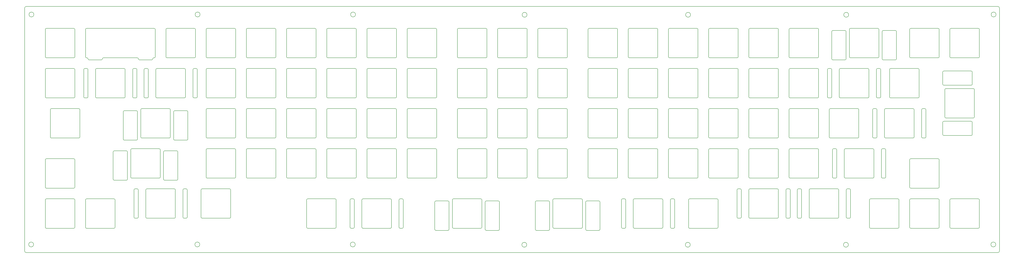
<source format=gbr>
%TF.GenerationSoftware,KiCad,Pcbnew,(5.1.6)-1*%
%TF.CreationDate,2020-07-09T10:39:36-04:00*%
%TF.ProjectId,railroad-keyboard-switch-plate,7261696c-726f-4616-942d-6b6579626f61,rev?*%
%TF.SameCoordinates,Original*%
%TF.FileFunction,Profile,NP*%
%FSLAX46Y46*%
G04 Gerber Fmt 4.6, Leading zero omitted, Abs format (unit mm)*
G04 Created by KiCad (PCBNEW (5.1.6)-1) date 2020-07-09 10:39:36*
%MOMM*%
%LPD*%
G01*
G04 APERTURE LIST*
%TA.AperFunction,Profile*%
%ADD10C,0.200000*%
%TD*%
%TA.AperFunction,Profile*%
%ADD11C,0.150000*%
%TD*%
G04 APERTURE END LIST*
D10*
X53809100Y-369811200D02*
G75*
G03*
X53309100Y-370311200I0J-500000D01*
G01*
X54021100Y-369811199D02*
X53809100Y-369811200D01*
X45847100Y-369811199D02*
X46059100Y-369811200D01*
X46059100Y-369811200D02*
G75*
G02*
X46559100Y-370311200I0J-500000D01*
G01*
X30145100Y-369811199D02*
X29933100Y-369811200D01*
X29933100Y-369811200D02*
G75*
G03*
X29433100Y-370311200I0J-500000D01*
G01*
X21971100Y-369811199D02*
X22183100Y-369811200D01*
X22183100Y-369811200D02*
G75*
G02*
X22683100Y-370311200I0J-500000D01*
G01*
X23183100Y-370811200D02*
G75*
G02*
X22683100Y-370311200I0J500000D01*
G01*
X54521099Y-356311200D02*
X54521099Y-369311199D01*
X54521099Y-369311199D02*
G75*
G02*
X54021099Y-369811199I-500000J0D01*
G01*
X34971099Y-355811200D02*
X54021099Y-355811200D01*
X54021099Y-355811200D02*
G75*
G02*
X54521099Y-356311200I0J-500000D01*
G01*
X21971100Y-369811199D02*
G75*
G02*
X21471100Y-369311199I0J500000D01*
G01*
X21471100Y-356311200D02*
G75*
G02*
X21971100Y-355811200I500000J0D01*
G01*
X21471100Y-356311200D02*
X21471100Y-369311199D01*
X21971100Y-355811200D02*
X34971099Y-355811200D01*
D11*
X382943750Y-458590000D02*
G75*
G03*
X382943750Y-458590000I-1150000J0D01*
G01*
X383079750Y-349354000D02*
G75*
G03*
X383079750Y-349354000I-1150000J0D01*
G01*
X230679750Y-349354000D02*
G75*
G03*
X230679750Y-349354000I-1150000J0D01*
G01*
X452793750Y-458463000D02*
G75*
G03*
X452793750Y-458463000I-1150000J0D01*
G01*
X-3000250Y-349227000D02*
G75*
G03*
X-3000250Y-349227000I-1150000J0D01*
G01*
X308013750Y-458590000D02*
G75*
G03*
X308013750Y-458590000I-1150000J0D01*
G01*
X149399750Y-349227000D02*
G75*
G03*
X149399750Y-349227000I-1150000J0D01*
G01*
X-3136250Y-458463000D02*
G75*
G03*
X-3136250Y-458463000I-1150000J0D01*
G01*
X308149750Y-349354000D02*
G75*
G03*
X308149750Y-349354000I-1150000J0D01*
G01*
X230543750Y-458590000D02*
G75*
G03*
X230543750Y-458590000I-1150000J0D01*
G01*
X149263750Y-458463000D02*
G75*
G03*
X149263750Y-458463000I-1150000J0D01*
G01*
X452929750Y-349227000D02*
G75*
G03*
X452929750Y-349227000I-1150000J0D01*
G01*
X75603750Y-458454000D02*
G75*
G03*
X75603750Y-458454000I-1150000J0D01*
G01*
X75739750Y-349218000D02*
G75*
G03*
X75739750Y-349218000I-1150000J0D01*
G01*
D10*
X-6597650Y-462330800D02*
G75*
G02*
X-7391400Y-461537050I0J793750D01*
G01*
X454571100Y-461537050D02*
G75*
G02*
X453777350Y-462330800I-793750J0D01*
G01*
X453777350Y-345389200D02*
G75*
G02*
X454571100Y-346182950I0J-793750D01*
G01*
X-7391400Y-346182950D02*
G75*
G02*
X-6597650Y-345389200I793750J0D01*
G01*
X412496100Y-450773700D02*
G75*
G02*
X411996100Y-450273700I0J500000D01*
G01*
X-6597650Y-345389200D02*
X453777350Y-345389200D01*
X454571100Y-346182950D02*
X454571100Y-461537050D01*
X445046100Y-437273700D02*
X445046100Y-450273700D01*
X412496100Y-450773700D02*
X425496100Y-450773700D01*
X444546100Y-436773700D02*
G75*
G02*
X445046100Y-437273700I0J-500000D01*
G01*
X-7391400Y-346182950D02*
X-7391400Y-461537050D01*
X411996100Y-437273700D02*
X411996100Y-450273700D01*
X-6597650Y-462330800D02*
X453777350Y-462330800D01*
X431546100Y-436773700D02*
X444546100Y-436773700D01*
X445046100Y-450273700D02*
G75*
G02*
X444546100Y-450773700I-500000J0D01*
G01*
X412496100Y-436773700D02*
X425496100Y-436773700D01*
X425996100Y-450273700D02*
G75*
G02*
X425496100Y-450773700I-500000J0D01*
G01*
X431046100Y-437273700D02*
G75*
G02*
X431546100Y-436773700I500000J0D01*
G01*
X431546100Y-450773700D02*
G75*
G02*
X431046100Y-450273700I0J500000D01*
G01*
X431546100Y-450773700D02*
X444546100Y-450773700D01*
X425496100Y-436773700D02*
G75*
G02*
X425996100Y-437273700I0J-500000D01*
G01*
X411996100Y-437273700D02*
G75*
G02*
X412496100Y-436773700I500000J0D01*
G01*
X425996100Y-437273700D02*
X425996100Y-450273700D01*
X431046100Y-437273700D02*
X431046100Y-450273700D01*
X242927350Y-437273700D02*
G75*
G02*
X243427350Y-436773700I500000J0D01*
G01*
X406946100Y-450273700D02*
G75*
G02*
X406446100Y-450773700I-500000J0D01*
G01*
X393446100Y-450773700D02*
G75*
G02*
X392946100Y-450273700I0J500000D01*
G01*
X258490350Y-438273700D02*
G75*
G02*
X258990350Y-437773700I500000J0D01*
G01*
X241364350Y-438273700D02*
X241364350Y-451273700D01*
X406446100Y-436773700D02*
G75*
G02*
X406946100Y-437273700I0J-500000D01*
G01*
X393446100Y-436773700D02*
X406446100Y-436773700D01*
X275927350Y-450773700D02*
X276927350Y-450773700D01*
X300127350Y-436773700D02*
G75*
G02*
X300627350Y-437273700I0J-500000D01*
G01*
X256427350Y-436773700D02*
G75*
G02*
X256927350Y-437273700I0J-500000D01*
G01*
X406946100Y-437273700D02*
X406946100Y-450273700D01*
X307721100Y-450773700D02*
X320721100Y-450773700D01*
X275427350Y-437273700D02*
X275427350Y-450273700D01*
X275927350Y-436773700D02*
X276927350Y-436773700D01*
X243427350Y-450773700D02*
X256427350Y-450773700D01*
X299127350Y-450773700D02*
X300127350Y-450773700D01*
X294527350Y-436773700D02*
G75*
G02*
X295027350Y-437273700I0J-500000D01*
G01*
X281527350Y-436773700D02*
X294527350Y-436773700D01*
X258990350Y-451773700D02*
G75*
G02*
X258490350Y-451273700I0J500000D01*
G01*
X281027350Y-437273700D02*
X281027350Y-450273700D01*
X300627350Y-450273700D02*
G75*
G02*
X300127350Y-450773700I-500000J0D01*
G01*
X265240350Y-451273700D02*
G75*
G02*
X264740350Y-451773700I-500000J0D01*
G01*
X307221100Y-437273700D02*
X307221100Y-450273700D01*
X307721100Y-436773700D02*
X320721100Y-436773700D01*
X275427350Y-437273700D02*
G75*
G02*
X275927350Y-436773700I500000J0D01*
G01*
X299127350Y-450773700D02*
G75*
G02*
X298627350Y-450273700I0J500000D01*
G01*
X281527350Y-450773700D02*
G75*
G02*
X281027350Y-450273700I0J500000D01*
G01*
X240864350Y-437773700D02*
G75*
G02*
X241364350Y-438273700I0J-500000D01*
G01*
X243427350Y-436773700D02*
X256427350Y-436773700D01*
X281027350Y-437273700D02*
G75*
G02*
X281527350Y-436773700I500000J0D01*
G01*
X295027350Y-450273700D02*
G75*
G02*
X294527350Y-450773700I-500000J0D01*
G01*
X298627350Y-437273700D02*
X298627350Y-450273700D01*
X258990350Y-437773700D02*
X264740350Y-437773700D01*
X264740350Y-437773700D02*
G75*
G02*
X265240350Y-438273700I0J-500000D01*
G01*
X242927350Y-437273700D02*
X242927350Y-450273700D01*
X299127350Y-436773700D02*
X300127350Y-436773700D01*
X234614350Y-438273700D02*
G75*
G02*
X235114350Y-437773700I500000J0D01*
G01*
X281527350Y-450773700D02*
X294527350Y-450773700D01*
X392946100Y-437273700D02*
G75*
G02*
X393446100Y-436773700I500000J0D01*
G01*
X392946100Y-437273700D02*
X392946100Y-450273700D01*
X393446100Y-450773700D02*
X406446100Y-450773700D01*
X307721100Y-450773700D02*
G75*
G02*
X307221100Y-450273700I0J500000D01*
G01*
X277427350Y-450273700D02*
G75*
G02*
X276927350Y-450773700I-500000J0D01*
G01*
X320721100Y-436773700D02*
G75*
G02*
X321221100Y-437273700I0J-500000D01*
G01*
X276927350Y-436773700D02*
G75*
G02*
X277427350Y-437273700I0J-500000D01*
G01*
X258490350Y-438273700D02*
X258490350Y-451273700D01*
X307221100Y-437273700D02*
G75*
G02*
X307721100Y-436773700I500000J0D01*
G01*
X275927350Y-450773700D02*
G75*
G02*
X275427350Y-450273700I0J500000D01*
G01*
X256927350Y-437273700D02*
X256927350Y-450273700D01*
X277427350Y-437273700D02*
X277427350Y-450273700D01*
X295027350Y-437273700D02*
X295027350Y-450273700D01*
X235114350Y-451773700D02*
G75*
G02*
X234614350Y-451273700I0J500000D01*
G01*
X234614350Y-438273700D02*
X234614350Y-451273700D01*
X298627350Y-437273700D02*
G75*
G02*
X299127350Y-436773700I500000J0D01*
G01*
X300627350Y-437273700D02*
X300627350Y-450273700D01*
X235114350Y-451773700D02*
X240864350Y-451773700D01*
X265240350Y-438273700D02*
X265240350Y-451273700D01*
X235114350Y-437773700D02*
X240864350Y-437773700D01*
X258990350Y-451773700D02*
X264740350Y-451773700D01*
X321221100Y-437273700D02*
X321221100Y-450273700D01*
X243427350Y-450773700D02*
G75*
G02*
X242927350Y-450273700I0J500000D01*
G01*
X256927350Y-450273700D02*
G75*
G02*
X256427350Y-450773700I-500000J0D01*
G01*
X321221100Y-450273700D02*
G75*
G02*
X320721100Y-450773700I-500000J0D01*
G01*
X241364350Y-451273700D02*
G75*
G02*
X240864350Y-451773700I-500000J0D01*
G01*
X353896100Y-432011200D02*
X354896100Y-432011200D01*
X360271100Y-432011200D02*
G75*
G02*
X360771100Y-432511200I0J-500000D01*
G01*
X330696100Y-432011200D02*
X331696100Y-432011200D01*
X359271100Y-446011200D02*
X360271100Y-446011200D01*
X332196100Y-445511200D02*
G75*
G02*
X331696100Y-446011200I-500000J0D01*
G01*
X15921099Y-436773700D02*
G75*
G02*
X16421099Y-437273700I0J-500000D01*
G01*
X359271100Y-446011200D02*
G75*
G02*
X358771100Y-445511200I0J500000D01*
G01*
X358771100Y-432511200D02*
G75*
G02*
X359271100Y-432011200I500000J0D01*
G01*
X353896100Y-446011200D02*
X354896100Y-446011200D01*
X383471100Y-432011200D02*
G75*
G02*
X383971100Y-432511200I0J-500000D01*
G01*
X382471100Y-446011200D02*
X383471100Y-446011200D01*
X364371100Y-432511200D02*
G75*
G02*
X364871100Y-432011200I500000J0D01*
G01*
X364871100Y-446011200D02*
G75*
G02*
X364371100Y-445511200I0J500000D01*
G01*
X2421100Y-437273700D02*
G75*
G02*
X2921100Y-436773700I500000J0D01*
G01*
X360771100Y-432511200D02*
X360771100Y-445511200D01*
X330196100Y-432511200D02*
X330196100Y-445511200D01*
X2921100Y-436773700D02*
X15921099Y-436773700D01*
X332196100Y-432511200D02*
X332196100Y-445511200D01*
X358771100Y-432511200D02*
X358771100Y-445511200D01*
X381971100Y-432511200D02*
X381971100Y-445511200D01*
X382471100Y-446011200D02*
G75*
G02*
X381971100Y-445511200I0J500000D01*
G01*
X382471100Y-432011200D02*
X383471100Y-432011200D01*
X383971100Y-432511200D02*
X383971100Y-445511200D01*
X364871100Y-446011200D02*
X377871100Y-446011200D01*
X381971100Y-432511200D02*
G75*
G02*
X382471100Y-432011200I500000J0D01*
G01*
X377871100Y-432011200D02*
G75*
G02*
X378371100Y-432511200I0J-500000D01*
G01*
X353396100Y-432511200D02*
G75*
G02*
X353896100Y-432011200I500000J0D01*
G01*
X330696100Y-446011200D02*
X331696100Y-446011200D01*
X336296100Y-446011200D02*
G75*
G02*
X335796100Y-445511200I0J500000D01*
G01*
X364871100Y-432011200D02*
X377871100Y-432011200D01*
X16421099Y-450273700D02*
G75*
G02*
X15921099Y-450773700I-500000J0D01*
G01*
X16421099Y-437273700D02*
X16421099Y-450273700D01*
X2421100Y-437273700D02*
X2421100Y-450273700D01*
X2921100Y-450773700D02*
X15921099Y-450773700D01*
X360771100Y-445511200D02*
G75*
G02*
X360271100Y-446011200I-500000J0D01*
G01*
X359271100Y-432011200D02*
X360271100Y-432011200D01*
X383971100Y-445511200D02*
G75*
G02*
X383471100Y-446011200I-500000J0D01*
G01*
X353896100Y-446011200D02*
G75*
G02*
X353396100Y-445511200I0J500000D01*
G01*
X378371100Y-445511200D02*
G75*
G02*
X377871100Y-446011200I-500000J0D01*
G01*
X349796100Y-445511200D02*
G75*
G02*
X349296100Y-446011200I-500000J0D01*
G01*
X364371100Y-432511200D02*
X364371100Y-445511200D01*
X330696100Y-446011200D02*
G75*
G02*
X330196100Y-445511200I0J500000D01*
G01*
X331696100Y-432011200D02*
G75*
G02*
X332196100Y-432511200I0J-500000D01*
G01*
X330196100Y-432511200D02*
G75*
G02*
X330696100Y-432011200I500000J0D01*
G01*
X355396100Y-445511200D02*
G75*
G02*
X354896100Y-446011200I-500000J0D01*
G01*
X354896100Y-432011200D02*
G75*
G02*
X355396100Y-432511200I0J-500000D01*
G01*
X349296100Y-432011200D02*
G75*
G02*
X349796100Y-432511200I0J-500000D01*
G01*
X335796100Y-432511200D02*
G75*
G02*
X336296100Y-432011200I500000J0D01*
G01*
X2921100Y-450773700D02*
G75*
G02*
X2421100Y-450273700I0J500000D01*
G01*
X353396100Y-432511200D02*
X353396100Y-445511200D01*
X355396100Y-432511200D02*
X355396100Y-445511200D01*
X378371100Y-432511200D02*
X378371100Y-445511200D01*
X89739850Y-432011200D02*
G75*
G02*
X90239850Y-432511200I0J-500000D01*
G01*
X399139850Y-426961200D02*
G75*
G02*
X398639850Y-426461200I0J500000D01*
G01*
X76739850Y-446011200D02*
X89739850Y-446011200D01*
X50046100Y-432511200D02*
X50046100Y-445511200D01*
X50546100Y-432011200D02*
X63546100Y-432011200D01*
X411996100Y-418223700D02*
X411996100Y-431223700D01*
X412496100Y-431723700D02*
G75*
G02*
X411996100Y-431223700I0J500000D01*
G01*
X412496100Y-417723700D02*
X425496100Y-417723700D01*
X377439850Y-413461200D02*
X377439850Y-426461200D01*
X412496100Y-431723700D02*
X425496100Y-431723700D01*
X76739850Y-446011200D02*
G75*
G02*
X76239850Y-445511200I0J500000D01*
G01*
X45946100Y-432011200D02*
G75*
G02*
X46446100Y-432511200I0J-500000D01*
G01*
X64046100Y-445511200D02*
G75*
G02*
X63546100Y-446011200I-500000J0D01*
G01*
X336296100Y-446011200D02*
X349296100Y-446011200D01*
X76239850Y-432511200D02*
G75*
G02*
X76739850Y-432011200I500000J0D01*
G01*
X63546100Y-432011200D02*
G75*
G02*
X64046100Y-432511200I0J-500000D01*
G01*
X46446100Y-432511200D02*
X46446100Y-445511200D01*
X44446100Y-432511200D02*
X44446100Y-445511200D01*
X16421099Y-418223700D02*
X16421099Y-431223700D01*
X375439850Y-413461200D02*
X375439850Y-426461200D01*
X68146100Y-446011200D02*
G75*
G02*
X67646100Y-445511200I0J500000D01*
G01*
X64046100Y-432511200D02*
X64046100Y-445511200D01*
X16421099Y-431223700D02*
G75*
G02*
X15921099Y-431723700I-500000J0D01*
G01*
X411996100Y-418223700D02*
G75*
G02*
X412496100Y-417723700I500000J0D01*
G01*
X376939850Y-412961200D02*
G75*
G02*
X377439850Y-413461200I0J-500000D01*
G01*
X68146100Y-446011200D02*
X69146100Y-446011200D01*
X50046100Y-432511200D02*
G75*
G02*
X50546100Y-432011200I500000J0D01*
G01*
X15921099Y-417723700D02*
G75*
G02*
X16421099Y-418223700I0J-500000D01*
G01*
X400639850Y-426461200D02*
G75*
G02*
X400139850Y-426961200I-500000J0D01*
G01*
X425996100Y-431223700D02*
G75*
G02*
X425496100Y-431723700I-500000J0D01*
G01*
X375939850Y-426961200D02*
X376939850Y-426961200D01*
X69646100Y-432511200D02*
X69646100Y-445511200D01*
X375939850Y-426961200D02*
G75*
G02*
X375439850Y-426461200I0J500000D01*
G01*
X375939850Y-412961200D02*
X376939850Y-412961200D01*
X44946100Y-446011200D02*
G75*
G02*
X44446100Y-445511200I0J500000D01*
G01*
X67646100Y-432511200D02*
G75*
G02*
X68146100Y-432011200I500000J0D01*
G01*
X44446100Y-432511200D02*
G75*
G02*
X44946100Y-432011200I500000J0D01*
G01*
X425996100Y-418223700D02*
X425996100Y-431223700D01*
X44946100Y-432011200D02*
X45946100Y-432011200D01*
X46446100Y-445511200D02*
G75*
G02*
X45946100Y-446011200I-500000J0D01*
G01*
X50546100Y-446011200D02*
G75*
G02*
X50046100Y-445511200I0J500000D01*
G01*
X2921100Y-431723700D02*
X15921099Y-431723700D01*
X2921100Y-417723700D02*
X15921099Y-417723700D01*
X336296100Y-432011200D02*
X349296100Y-432011200D01*
X76239850Y-432511200D02*
X76239850Y-445511200D01*
X76739850Y-432011200D02*
X89739850Y-432011200D01*
X67646100Y-432511200D02*
X67646100Y-445511200D01*
X50546100Y-446011200D02*
X63546100Y-446011200D01*
X400139850Y-412961200D02*
G75*
G02*
X400639850Y-413461200I0J-500000D01*
G01*
X425496100Y-417723700D02*
G75*
G02*
X425996100Y-418223700I0J-500000D01*
G01*
X398639850Y-413461200D02*
G75*
G02*
X399139850Y-412961200I500000J0D01*
G01*
X90239850Y-432511200D02*
X90239850Y-445511200D01*
X2421100Y-418223700D02*
G75*
G02*
X2921100Y-417723700I500000J0D01*
G01*
X44946100Y-446011200D02*
X45946100Y-446011200D01*
X69646100Y-445511200D02*
G75*
G02*
X69146100Y-446011200I-500000J0D01*
G01*
X2921100Y-431723700D02*
G75*
G02*
X2421100Y-431223700I0J500000D01*
G01*
X69146100Y-432011200D02*
G75*
G02*
X69646100Y-432511200I0J-500000D01*
G01*
X68146100Y-432011200D02*
X69146100Y-432011200D01*
X2421100Y-418223700D02*
X2421100Y-431223700D01*
X377439850Y-426461200D02*
G75*
G02*
X376939850Y-426961200I-500000J0D01*
G01*
X349796100Y-432511200D02*
X349796100Y-445511200D01*
X335796100Y-432511200D02*
X335796100Y-445511200D01*
X90239850Y-445511200D02*
G75*
G02*
X89739850Y-446011200I-500000J0D01*
G01*
X375439850Y-413461200D02*
G75*
G02*
X375939850Y-412961200I500000J0D01*
G01*
X278646100Y-413461200D02*
G75*
G02*
X279146100Y-412961200I500000J0D01*
G01*
X399139850Y-426961200D02*
X400139850Y-426961200D01*
X330746100Y-413461200D02*
X330746100Y-426461200D01*
X297696100Y-413461200D02*
G75*
G02*
X298196100Y-412961200I500000J0D01*
G01*
X260096100Y-426961200D02*
X273096100Y-426961200D01*
X399139850Y-412961200D02*
X400139850Y-412961200D01*
X381539850Y-426961200D02*
X394539850Y-426961200D01*
X368346100Y-412961200D02*
G75*
G02*
X368846100Y-413461200I0J-500000D01*
G01*
X249283600Y-412961200D02*
G75*
G02*
X249783600Y-413461200I0J-500000D01*
G01*
X292146100Y-412961200D02*
G75*
G02*
X292646100Y-413461200I0J-500000D01*
G01*
X381039850Y-413461200D02*
X381039850Y-426461200D01*
X273596100Y-413461200D02*
X273596100Y-426461200D01*
X259596100Y-413461200D02*
X259596100Y-426461200D01*
X395039850Y-426461200D02*
G75*
G02*
X394539850Y-426961200I-500000J0D01*
G01*
X381539850Y-412961200D02*
X394539850Y-412961200D01*
X355346100Y-426961200D02*
X368346100Y-426961200D01*
X349296100Y-412961200D02*
G75*
G02*
X349796100Y-413461200I0J-500000D01*
G01*
X336296100Y-412961200D02*
X349296100Y-412961200D01*
X298196100Y-426961200D02*
G75*
G02*
X297696100Y-426461200I0J500000D01*
G01*
X335796100Y-413461200D02*
X335796100Y-426461200D01*
X368846100Y-426461200D02*
G75*
G02*
X368346100Y-426961200I-500000J0D01*
G01*
X311696100Y-426461200D02*
G75*
G02*
X311196100Y-426961200I-500000J0D01*
G01*
X381039850Y-413461200D02*
G75*
G02*
X381539850Y-412961200I500000J0D01*
G01*
X355346100Y-426961200D02*
G75*
G02*
X354846100Y-426461200I0J500000D01*
G01*
X354846100Y-413461200D02*
X354846100Y-426461200D01*
X336296100Y-426961200D02*
G75*
G02*
X335796100Y-426461200I0J500000D01*
G01*
X330246100Y-412961200D02*
G75*
G02*
X330746100Y-413461200I0J-500000D01*
G01*
X260096100Y-426961200D02*
G75*
G02*
X259596100Y-426461200I0J500000D01*
G01*
X273596100Y-426461200D02*
G75*
G02*
X273096100Y-426961200I-500000J0D01*
G01*
X335796100Y-413461200D02*
G75*
G02*
X336296100Y-412961200I500000J0D01*
G01*
X349796100Y-426461200D02*
G75*
G02*
X349296100Y-426961200I-500000J0D01*
G01*
X298196100Y-412961200D02*
X311196100Y-412961200D01*
X260096100Y-412961200D02*
X273096100Y-412961200D01*
X311196100Y-412961200D02*
G75*
G02*
X311696100Y-413461200I0J-500000D01*
G01*
X278646100Y-413461200D02*
X278646100Y-426461200D01*
X355346100Y-412961200D02*
X368346100Y-412961200D01*
X316746100Y-413461200D02*
G75*
G02*
X317246100Y-412961200I500000J0D01*
G01*
X336296100Y-426961200D02*
X349296100Y-426961200D01*
X381539850Y-426961200D02*
G75*
G02*
X381039850Y-426461200I0J500000D01*
G01*
X394539850Y-412961200D02*
G75*
G02*
X395039850Y-413461200I0J-500000D01*
G01*
X395039850Y-413461200D02*
X395039850Y-426461200D01*
X354846100Y-413461200D02*
G75*
G02*
X355346100Y-412961200I500000J0D01*
G01*
X368846100Y-413461200D02*
X368846100Y-426461200D01*
X349796100Y-413461200D02*
X349796100Y-426461200D01*
X317246100Y-426961200D02*
G75*
G02*
X316746100Y-426461200I0J500000D01*
G01*
X297696100Y-413461200D02*
X297696100Y-426461200D01*
X316746100Y-413461200D02*
X316746100Y-426461200D01*
X235783600Y-413461200D02*
G75*
G02*
X236283600Y-412961200I500000J0D01*
G01*
X292646100Y-413461200D02*
X292646100Y-426461200D01*
X317246100Y-426961200D02*
X330246100Y-426961200D01*
X236283600Y-426961200D02*
G75*
G02*
X235783600Y-426461200I0J500000D01*
G01*
X317246100Y-412961200D02*
X330246100Y-412961200D01*
X311696100Y-413461200D02*
X311696100Y-426461200D01*
X273096100Y-412961200D02*
G75*
G02*
X273596100Y-413461200I0J-500000D01*
G01*
X298196100Y-426961200D02*
X311196100Y-426961200D01*
X259596100Y-413461200D02*
G75*
G02*
X260096100Y-412961200I500000J0D01*
G01*
X279146100Y-426961200D02*
X292146100Y-426961200D01*
X279146100Y-412961200D02*
X292146100Y-412961200D01*
X249783600Y-426461200D02*
G75*
G02*
X249283600Y-426961200I-500000J0D01*
G01*
X400639850Y-413461200D02*
X400639850Y-426461200D01*
X279146100Y-426961200D02*
G75*
G02*
X278646100Y-426461200I0J500000D01*
G01*
X292646100Y-426461200D02*
G75*
G02*
X292146100Y-426961200I-500000J0D01*
G01*
X398639850Y-413461200D02*
X398639850Y-426461200D01*
X330746100Y-426461200D02*
G75*
G02*
X330246100Y-426961200I-500000J0D01*
G01*
X130721099Y-426461200D02*
G75*
G02*
X130221099Y-426961200I-500000J0D01*
G01*
X135771100Y-413461200D02*
G75*
G02*
X136271100Y-412961200I500000J0D01*
G01*
X136271100Y-412961200D02*
X149271100Y-412961200D01*
X117221100Y-426961200D02*
X130221099Y-426961200D01*
X111671100Y-426461200D02*
G75*
G02*
X111171100Y-426961200I-500000J0D01*
G01*
X98171100Y-412961200D02*
X111171100Y-412961200D01*
X173871100Y-413461200D02*
G75*
G02*
X174371100Y-412961200I500000J0D01*
G01*
X136271100Y-426961200D02*
G75*
G02*
X135771100Y-426461200I0J500000D01*
G01*
X136271100Y-426961200D02*
X149271100Y-426961200D01*
X173871100Y-413461200D02*
X173871100Y-426461200D01*
X211683600Y-413461200D02*
X211683600Y-426461200D01*
X149771100Y-413461200D02*
X149771100Y-426461200D01*
X117221100Y-412961200D02*
X130221099Y-412961200D01*
X111171100Y-412961200D02*
G75*
G02*
X111671100Y-413461200I0J-500000D01*
G01*
X98171100Y-426961200D02*
X111171100Y-426961200D01*
X198183600Y-426961200D02*
X211183600Y-426961200D01*
X230733600Y-426461200D02*
G75*
G02*
X230233600Y-426961200I-500000J0D01*
G01*
X217233600Y-426961200D02*
G75*
G02*
X216733600Y-426461200I0J500000D01*
G01*
X154821100Y-413461200D02*
G75*
G02*
X155321100Y-412961200I500000J0D01*
G01*
X174371100Y-412961200D02*
X187371100Y-412961200D01*
X216733600Y-413461200D02*
X216733600Y-426461200D01*
X187871100Y-426461200D02*
G75*
G02*
X187371100Y-426961200I-500000J0D01*
G01*
X97671100Y-413461200D02*
X97671100Y-426461200D01*
X116721100Y-413461200D02*
X116721100Y-426461200D01*
X216733600Y-413461200D02*
G75*
G02*
X217233600Y-412961200I500000J0D01*
G01*
X211183600Y-412961200D02*
G75*
G02*
X211683600Y-413461200I0J-500000D01*
G01*
X198183600Y-412961200D02*
X211183600Y-412961200D01*
X187871100Y-413461200D02*
X187871100Y-426461200D01*
X130221099Y-412961200D02*
G75*
G02*
X130721099Y-413461200I0J-500000D01*
G01*
X98171100Y-426961200D02*
G75*
G02*
X97671100Y-426461200I0J500000D01*
G01*
X116721100Y-413461200D02*
G75*
G02*
X117221100Y-412961200I500000J0D01*
G01*
X217233600Y-412961200D02*
X230233600Y-412961200D01*
X211683600Y-426461200D02*
G75*
G02*
X211183600Y-426961200I-500000J0D01*
G01*
X197683600Y-413461200D02*
X197683600Y-426461200D01*
X154821100Y-413461200D02*
X154821100Y-426461200D01*
X155321100Y-412961200D02*
X168321100Y-412961200D01*
X149771100Y-426461200D02*
G75*
G02*
X149271100Y-426961200I-500000J0D01*
G01*
X92621100Y-426461200D02*
G75*
G02*
X92121100Y-426961200I-500000J0D01*
G01*
X97671100Y-413461200D02*
G75*
G02*
X98171100Y-412961200I500000J0D01*
G01*
X130721099Y-413461200D02*
X130721099Y-426461200D01*
X79121100Y-426961200D02*
G75*
G02*
X78621100Y-426461200I0J500000D01*
G01*
X249783600Y-413461200D02*
X249783600Y-426461200D01*
X198183600Y-426961200D02*
G75*
G02*
X197683600Y-426461200I0J500000D01*
G01*
X168821100Y-426461200D02*
G75*
G02*
X168321100Y-426961200I-500000J0D01*
G01*
X111671100Y-413461200D02*
X111671100Y-426461200D01*
X155321100Y-426961200D02*
X168321100Y-426961200D01*
X149271100Y-412961200D02*
G75*
G02*
X149771100Y-413461200I0J-500000D01*
G01*
X78621100Y-413461200D02*
G75*
G02*
X79121100Y-412961200I500000J0D01*
G01*
X117221100Y-426961200D02*
G75*
G02*
X116721100Y-426461200I0J500000D01*
G01*
X235783600Y-413461200D02*
X235783600Y-426461200D01*
X187371100Y-412961200D02*
G75*
G02*
X187871100Y-413461200I0J-500000D01*
G01*
X168321100Y-412961200D02*
G75*
G02*
X168821100Y-413461200I0J-500000D01*
G01*
X92121100Y-412961200D02*
G75*
G02*
X92621100Y-413461200I0J-500000D01*
G01*
X230233600Y-412961200D02*
G75*
G02*
X230733600Y-413461200I0J-500000D01*
G01*
X236283600Y-426961200D02*
X249283600Y-426961200D01*
X174371100Y-426961200D02*
X187371100Y-426961200D01*
X135771100Y-413461200D02*
X135771100Y-426461200D01*
X197683600Y-413461200D02*
G75*
G02*
X198183600Y-412961200I500000J0D01*
G01*
X230733600Y-413461200D02*
X230733600Y-426461200D01*
X217233600Y-426961200D02*
X230233600Y-426961200D01*
X236283600Y-412961200D02*
X249283600Y-412961200D01*
X174371100Y-426961200D02*
G75*
G02*
X173871100Y-426461200I0J500000D01*
G01*
X155321100Y-426961200D02*
G75*
G02*
X154821100Y-426461200I0J500000D01*
G01*
X168821100Y-413461200D02*
X168821100Y-426461200D01*
X373896100Y-394411200D02*
G75*
G02*
X374396100Y-393911200I500000J0D01*
G01*
X64715350Y-413961200D02*
G75*
G02*
X65215350Y-414461200I0J-500000D01*
G01*
X414089850Y-394411200D02*
X414089850Y-407411200D01*
X35089350Y-413961200D02*
X40839350Y-413961200D01*
X387896100Y-407411200D02*
G75*
G02*
X387396100Y-407911200I-500000J0D01*
G01*
X58965350Y-427961200D02*
G75*
G02*
X58465350Y-427461200I0J500000D01*
G01*
X65215350Y-414461200D02*
X65215350Y-427461200D01*
X373896100Y-394411200D02*
X373896100Y-407411200D01*
X43402350Y-426961200D02*
X56402350Y-426961200D01*
X400589850Y-407911200D02*
G75*
G02*
X400089850Y-407411200I0J500000D01*
G01*
X394489850Y-394411200D02*
G75*
G02*
X394989850Y-393911200I500000J0D01*
G01*
X396489850Y-394411200D02*
X396489850Y-407411200D01*
X394489850Y-394411200D02*
X394489850Y-407411200D01*
X58965350Y-427961200D02*
X64715350Y-427961200D01*
X355346100Y-407911200D02*
G75*
G02*
X354846100Y-407411200I0J500000D01*
G01*
X418189850Y-393911200D02*
X419189850Y-393911200D01*
X400589850Y-393911200D02*
X413589850Y-393911200D01*
X42902350Y-413461200D02*
G75*
G02*
X43402350Y-412961200I500000J0D01*
G01*
X394989850Y-407911200D02*
G75*
G02*
X394489850Y-407411200I0J500000D01*
G01*
X418189850Y-407911200D02*
G75*
G02*
X417689850Y-407411200I0J500000D01*
G01*
X419689850Y-394411200D02*
X419689850Y-407411200D01*
X58465350Y-414461200D02*
X58465350Y-427461200D01*
X56902350Y-426461200D02*
G75*
G02*
X56402350Y-426961200I-500000J0D01*
G01*
X419689850Y-407411200D02*
G75*
G02*
X419189850Y-407911200I-500000J0D01*
G01*
X35089350Y-427961200D02*
G75*
G02*
X34589350Y-427461200I0J500000D01*
G01*
X58465350Y-414461200D02*
G75*
G02*
X58965350Y-413961200I500000J0D01*
G01*
X400589850Y-407911200D02*
X413589850Y-407911200D01*
X58965350Y-413961200D02*
X64715350Y-413961200D01*
X374396100Y-393911200D02*
X387396100Y-393911200D01*
X394989850Y-393911200D02*
X395989850Y-393911200D01*
X56902350Y-413461200D02*
X56902350Y-426461200D01*
X374396100Y-407911200D02*
G75*
G02*
X373896100Y-407411200I0J500000D01*
G01*
X387396100Y-393911200D02*
G75*
G02*
X387896100Y-394411200I0J-500000D01*
G01*
X387896100Y-394411200D02*
X387896100Y-407411200D01*
X34589350Y-414461200D02*
G75*
G02*
X35089350Y-413961200I500000J0D01*
G01*
X56402350Y-412961200D02*
G75*
G02*
X56902350Y-413461200I0J-500000D01*
G01*
X43402350Y-412961200D02*
X56402350Y-412961200D01*
X419189850Y-393911200D02*
G75*
G02*
X419689850Y-394411200I0J-500000D01*
G01*
X417689850Y-394411200D02*
X417689850Y-407411200D01*
X374396100Y-407911200D02*
X387396100Y-407911200D01*
X400089850Y-394411200D02*
X400089850Y-407411200D01*
X395989850Y-393911200D02*
G75*
G02*
X396489850Y-394411200I0J-500000D01*
G01*
X79121100Y-426961200D02*
X92121100Y-426961200D01*
X41339350Y-427461200D02*
G75*
G02*
X40839350Y-427961200I-500000J0D01*
G01*
X418189850Y-407911200D02*
X419189850Y-407911200D01*
X368846100Y-407411200D02*
G75*
G02*
X368346100Y-407911200I-500000J0D01*
G01*
X41339350Y-414461200D02*
X41339350Y-427461200D01*
X414089850Y-407411200D02*
G75*
G02*
X413589850Y-407911200I-500000J0D01*
G01*
X92621100Y-413461200D02*
X92621100Y-426461200D01*
X394989850Y-407911200D02*
X395989850Y-407911200D01*
X78621100Y-413461200D02*
X78621100Y-426461200D01*
X79121100Y-412961200D02*
X92121100Y-412961200D01*
X40839350Y-413961200D02*
G75*
G02*
X41339350Y-414461200I0J-500000D01*
G01*
X42902350Y-413461200D02*
X42902350Y-426461200D01*
X354846100Y-394411200D02*
G75*
G02*
X355346100Y-393911200I500000J0D01*
G01*
X34589350Y-414461200D02*
X34589350Y-427461200D01*
X65215350Y-427461200D02*
G75*
G02*
X64715350Y-427961200I-500000J0D01*
G01*
X417689850Y-394411200D02*
G75*
G02*
X418189850Y-393911200I500000J0D01*
G01*
X413589850Y-393911200D02*
G75*
G02*
X414089850Y-394411200I0J-500000D01*
G01*
X35089350Y-427961200D02*
X40839350Y-427961200D01*
X43402350Y-426961200D02*
G75*
G02*
X42902350Y-426461200I0J500000D01*
G01*
X396489850Y-407411200D02*
G75*
G02*
X395989850Y-407911200I-500000J0D01*
G01*
X368346100Y-393911200D02*
G75*
G02*
X368846100Y-394411200I0J-500000D01*
G01*
X400089850Y-394411200D02*
G75*
G02*
X400589850Y-393911200I500000J0D01*
G01*
X146839850Y-437273700D02*
X146839850Y-450273700D01*
X21471100Y-437273700D02*
X21471100Y-450273700D01*
X186989350Y-438273700D02*
X186989350Y-451273700D01*
X211365350Y-451773700D02*
G75*
G02*
X210865350Y-451273700I0J500000D01*
G01*
X172039850Y-450273700D02*
G75*
G02*
X171539850Y-450773700I-500000J0D01*
G01*
X152939850Y-450773700D02*
G75*
G02*
X152439850Y-450273700I0J500000D01*
G01*
X170039850Y-437273700D02*
X170039850Y-450273700D01*
X152439850Y-437273700D02*
G75*
G02*
X152939850Y-436773700I500000J0D01*
G01*
X35471100Y-450273700D02*
G75*
G02*
X34971100Y-450773700I-500000J0D01*
G01*
X165939850Y-436773700D02*
G75*
G02*
X166439850Y-437273700I0J-500000D01*
G01*
X186989350Y-438273700D02*
G75*
G02*
X187489350Y-437773700I500000J0D01*
G01*
X193739350Y-438273700D02*
X193739350Y-451273700D01*
X210865350Y-438273700D02*
X210865350Y-451273700D01*
X187489350Y-451773700D02*
X193239350Y-451773700D01*
X210865350Y-438273700D02*
G75*
G02*
X211365350Y-437773700I500000J0D01*
G01*
X209302350Y-450273700D02*
G75*
G02*
X208802350Y-450773700I-500000J0D01*
G01*
X146839850Y-437273700D02*
G75*
G02*
X147339850Y-436773700I500000J0D01*
G01*
X147339850Y-436773700D02*
X148339850Y-436773700D01*
X140246100Y-450273700D02*
G75*
G02*
X139746100Y-450773700I-500000J0D01*
G01*
X21971100Y-450773700D02*
G75*
G02*
X21471100Y-450273700I0J500000D01*
G01*
X209302350Y-437273700D02*
X209302350Y-450273700D01*
X217615350Y-438273700D02*
X217615350Y-451273700D01*
X166439850Y-437273700D02*
X166439850Y-450273700D01*
X170539850Y-436773700D02*
X171539850Y-436773700D01*
X126746100Y-450773700D02*
X139746100Y-450773700D01*
X211365350Y-437773700D02*
X217115350Y-437773700D01*
X147339850Y-450773700D02*
G75*
G02*
X146839850Y-450273700I0J500000D01*
G01*
X152939850Y-450773700D02*
X165939850Y-450773700D01*
X35471100Y-437273700D02*
X35471100Y-450273700D01*
X211365350Y-451773700D02*
X217115350Y-451773700D01*
X34971100Y-436773700D02*
G75*
G02*
X35471100Y-437273700I0J-500000D01*
G01*
X195802350Y-436773700D02*
X208802350Y-436773700D01*
X126246100Y-437273700D02*
X126246100Y-450273700D01*
X21471100Y-437273700D02*
G75*
G02*
X21971100Y-436773700I500000J0D01*
G01*
X208802350Y-436773700D02*
G75*
G02*
X209302350Y-437273700I0J-500000D01*
G01*
X195802350Y-450773700D02*
X208802350Y-450773700D01*
X170039850Y-437273700D02*
G75*
G02*
X170539850Y-436773700I500000J0D01*
G01*
X166439850Y-450273700D02*
G75*
G02*
X165939850Y-450773700I-500000J0D01*
G01*
X172039850Y-437273700D02*
X172039850Y-450273700D01*
X170539850Y-450773700D02*
G75*
G02*
X170039850Y-450273700I0J500000D01*
G01*
X187489350Y-437773700D02*
X193239350Y-437773700D01*
X139746100Y-436773700D02*
G75*
G02*
X140246100Y-437273700I0J-500000D01*
G01*
X126246100Y-437273700D02*
G75*
G02*
X126746100Y-436773700I500000J0D01*
G01*
X148839850Y-437273700D02*
X148839850Y-450273700D01*
X217615350Y-451273700D02*
G75*
G02*
X217115350Y-451773700I-500000J0D01*
G01*
X148839850Y-450273700D02*
G75*
G02*
X148339850Y-450773700I-500000J0D01*
G01*
X171539850Y-436773700D02*
G75*
G02*
X172039850Y-437273700I0J-500000D01*
G01*
X217115350Y-437773700D02*
G75*
G02*
X217615350Y-438273700I0J-500000D01*
G01*
X21971100Y-450773700D02*
X34971100Y-450773700D01*
X170539850Y-450773700D02*
X171539850Y-450773700D01*
X21971100Y-436773700D02*
X34971100Y-436773700D01*
X147339850Y-450773700D02*
X148339850Y-450773700D01*
X152939850Y-436773700D02*
X165939850Y-436773700D01*
X195802350Y-450773700D02*
G75*
G02*
X195302350Y-450273700I0J500000D01*
G01*
X195302350Y-437273700D02*
G75*
G02*
X195802350Y-436773700I500000J0D01*
G01*
X152439850Y-437273700D02*
X152439850Y-450273700D01*
X148339850Y-436773700D02*
G75*
G02*
X148839850Y-437273700I0J-500000D01*
G01*
X195302350Y-437273700D02*
X195302350Y-450273700D01*
X126746100Y-450773700D02*
G75*
G02*
X126246100Y-450273700I0J500000D01*
G01*
X140246100Y-437273700D02*
X140246100Y-450273700D01*
X193739350Y-451273700D02*
G75*
G02*
X193239350Y-451773700I-500000J0D01*
G01*
X187489350Y-451773700D02*
G75*
G02*
X186989350Y-451273700I0J500000D01*
G01*
X193239350Y-437773700D02*
G75*
G02*
X193739350Y-438273700I0J-500000D01*
G01*
X126746100Y-436773700D02*
X139746100Y-436773700D01*
X260096100Y-393911200D02*
X273096100Y-393911200D01*
X273096100Y-393911200D02*
G75*
G02*
X273596100Y-394411200I0J-500000D01*
G01*
X260096100Y-407911200D02*
X273096100Y-407911200D01*
X235783600Y-394411200D02*
X235783600Y-407411200D01*
X236283600Y-393911200D02*
X249283600Y-393911200D01*
X316746100Y-394411200D02*
X316746100Y-407411200D01*
X336296100Y-407911200D02*
G75*
G02*
X335796100Y-407411200I0J500000D01*
G01*
X259596100Y-394411200D02*
X259596100Y-407411200D01*
X349296100Y-393911200D02*
G75*
G02*
X349796100Y-394411200I0J-500000D01*
G01*
X259596100Y-394411200D02*
G75*
G02*
X260096100Y-393911200I500000J0D01*
G01*
X335796100Y-394411200D02*
G75*
G02*
X336296100Y-393911200I500000J0D01*
G01*
X236283600Y-407911200D02*
X249283600Y-407911200D01*
X349796100Y-394411200D02*
X349796100Y-407411200D01*
X335796100Y-394411200D02*
X335796100Y-407411200D01*
X336296100Y-407911200D02*
X349296100Y-407911200D01*
X330746100Y-407411200D02*
G75*
G02*
X330246100Y-407911200I-500000J0D01*
G01*
X297696100Y-394411200D02*
X297696100Y-407411200D01*
X317246100Y-407911200D02*
G75*
G02*
X316746100Y-407411200I0J500000D01*
G01*
X249783600Y-394411200D02*
X249783600Y-407411200D01*
X330246100Y-393911200D02*
G75*
G02*
X330746100Y-394411200I0J-500000D01*
G01*
X330746100Y-394411200D02*
X330746100Y-407411200D01*
X298196100Y-407911200D02*
G75*
G02*
X297696100Y-407411200I0J500000D01*
G01*
X298196100Y-393911200D02*
X311196100Y-393911200D01*
X236283600Y-407911200D02*
G75*
G02*
X235783600Y-407411200I0J500000D01*
G01*
X249283600Y-393911200D02*
G75*
G02*
X249783600Y-394411200I0J-500000D01*
G01*
X279146100Y-407911200D02*
X292146100Y-407911200D01*
X311696100Y-407411200D02*
G75*
G02*
X311196100Y-407911200I-500000J0D01*
G01*
X279146100Y-407911200D02*
G75*
G02*
X278646100Y-407411200I0J500000D01*
G01*
X297696100Y-394411200D02*
G75*
G02*
X298196100Y-393911200I500000J0D01*
G01*
X292146100Y-393911200D02*
G75*
G02*
X292646100Y-394411200I0J-500000D01*
G01*
X273596100Y-407411200D02*
G75*
G02*
X273096100Y-407911200I-500000J0D01*
G01*
X279146100Y-393911200D02*
X292146100Y-393911200D01*
X235783600Y-394411200D02*
G75*
G02*
X236283600Y-393911200I500000J0D01*
G01*
X311696100Y-394411200D02*
X311696100Y-407411200D01*
X278646100Y-394411200D02*
G75*
G02*
X279146100Y-393911200I500000J0D01*
G01*
X292646100Y-394411200D02*
X292646100Y-407411200D01*
X317246100Y-393911200D02*
X330246100Y-393911200D01*
X260096100Y-407911200D02*
G75*
G02*
X259596100Y-407411200I0J500000D01*
G01*
X249783600Y-407411200D02*
G75*
G02*
X249283600Y-407911200I-500000J0D01*
G01*
X278646100Y-394411200D02*
X278646100Y-407411200D01*
X354846100Y-394411200D02*
X354846100Y-407411200D01*
X355346100Y-393911200D02*
X368346100Y-393911200D01*
X336296100Y-393911200D02*
X349296100Y-393911200D01*
X317246100Y-407911200D02*
X330246100Y-407911200D01*
X355346100Y-407911200D02*
X368346100Y-407911200D01*
X273596100Y-394411200D02*
X273596100Y-407411200D01*
X349796100Y-407411200D02*
G75*
G02*
X349296100Y-407911200I-500000J0D01*
G01*
X316746100Y-394411200D02*
G75*
G02*
X317246100Y-393911200I500000J0D01*
G01*
X311196100Y-393911200D02*
G75*
G02*
X311696100Y-394411200I0J-500000D01*
G01*
X298196100Y-407911200D02*
X311196100Y-407911200D01*
X292646100Y-407411200D02*
G75*
G02*
X292146100Y-407911200I-500000J0D01*
G01*
X79121100Y-393911200D02*
X92121100Y-393911200D01*
X155321100Y-407911200D02*
G75*
G02*
X154821100Y-407411200I0J500000D01*
G01*
X230733600Y-394411200D02*
X230733600Y-407411200D01*
X216733600Y-394411200D02*
X216733600Y-407411200D01*
X217233600Y-407911200D02*
X230233600Y-407911200D01*
X217233600Y-393911200D02*
X230233600Y-393911200D01*
X78621100Y-394411200D02*
G75*
G02*
X79121100Y-393911200I500000J0D01*
G01*
X198183600Y-407911200D02*
X211183600Y-407911200D01*
X135771100Y-394411200D02*
X135771100Y-407411200D01*
X154821100Y-394411200D02*
G75*
G02*
X155321100Y-393911200I500000J0D01*
G01*
X98171100Y-407911200D02*
X111171100Y-407911200D01*
X174371100Y-407911200D02*
G75*
G02*
X173871100Y-407411200I0J500000D01*
G01*
X173871100Y-394411200D02*
X173871100Y-407411200D01*
X174371100Y-407911200D02*
X187371100Y-407911200D01*
X168821100Y-407411200D02*
G75*
G02*
X168321100Y-407911200I-500000J0D01*
G01*
X168821100Y-394411200D02*
X168821100Y-407411200D01*
X154821100Y-394411200D02*
X154821100Y-407411200D01*
X149271100Y-393911200D02*
G75*
G02*
X149771100Y-394411200I0J-500000D01*
G01*
X116721100Y-394411200D02*
G75*
G02*
X117221100Y-393911200I500000J0D01*
G01*
X130721099Y-407411200D02*
G75*
G02*
X130221099Y-407911200I-500000J0D01*
G01*
X155321100Y-393911200D02*
X168321100Y-393911200D01*
X130721099Y-394411200D02*
X130721099Y-407411200D01*
X117221100Y-393911200D02*
X130221099Y-393911200D01*
X79121100Y-407911200D02*
X92121100Y-407911200D01*
X211683600Y-407411200D02*
G75*
G02*
X211183600Y-407911200I-500000J0D01*
G01*
X168321100Y-393911200D02*
G75*
G02*
X168821100Y-394411200I0J-500000D01*
G01*
X211183600Y-393911200D02*
G75*
G02*
X211683600Y-394411200I0J-500000D01*
G01*
X211683600Y-394411200D02*
X211683600Y-407411200D01*
X187871100Y-407411200D02*
G75*
G02*
X187371100Y-407911200I-500000J0D01*
G01*
X187371100Y-393911200D02*
G75*
G02*
X187871100Y-394411200I0J-500000D01*
G01*
X155321100Y-407911200D02*
X168321100Y-407911200D01*
X135771100Y-394411200D02*
G75*
G02*
X136271100Y-393911200I500000J0D01*
G01*
X136271100Y-407911200D02*
X149271100Y-407911200D01*
X130221099Y-393911200D02*
G75*
G02*
X130721099Y-394411200I0J-500000D01*
G01*
X92121100Y-393911200D02*
G75*
G02*
X92621100Y-394411200I0J-500000D01*
G01*
X97671100Y-394411200D02*
X97671100Y-407411200D01*
X117221100Y-407911200D02*
X130221099Y-407911200D01*
X197683600Y-394411200D02*
X197683600Y-407411200D01*
X136271100Y-407911200D02*
G75*
G02*
X135771100Y-407411200I0J500000D01*
G01*
X198183600Y-393911200D02*
X211183600Y-393911200D01*
X117221100Y-407911200D02*
G75*
G02*
X116721100Y-407411200I0J500000D01*
G01*
X116721100Y-394411200D02*
X116721100Y-407411200D01*
X92621100Y-394411200D02*
X92621100Y-407411200D01*
X78621100Y-394411200D02*
X78621100Y-407411200D01*
X98171100Y-407911200D02*
G75*
G02*
X97671100Y-407411200I0J500000D01*
G01*
X79121100Y-407911200D02*
G75*
G02*
X78621100Y-407411200I0J500000D01*
G01*
X173871100Y-394411200D02*
G75*
G02*
X174371100Y-393911200I500000J0D01*
G01*
X111171100Y-393911200D02*
G75*
G02*
X111671100Y-394411200I0J-500000D01*
G01*
X230733600Y-407411200D02*
G75*
G02*
X230233600Y-407911200I-500000J0D01*
G01*
X198183600Y-407911200D02*
G75*
G02*
X197683600Y-407411200I0J500000D01*
G01*
X197683600Y-394411200D02*
G75*
G02*
X198183600Y-393911200I500000J0D01*
G01*
X149771100Y-394411200D02*
X149771100Y-407411200D01*
X92621100Y-407411200D02*
G75*
G02*
X92121100Y-407911200I-500000J0D01*
G01*
X97671100Y-394411200D02*
G75*
G02*
X98171100Y-393911200I500000J0D01*
G01*
X217233600Y-407911200D02*
G75*
G02*
X216733600Y-407411200I0J500000D01*
G01*
X187871100Y-394411200D02*
X187871100Y-407411200D01*
X174371100Y-393911200D02*
X187371100Y-393911200D01*
X111671100Y-407411200D02*
G75*
G02*
X111171100Y-407911200I-500000J0D01*
G01*
X98171100Y-393911200D02*
X111171100Y-393911200D01*
X230233600Y-393911200D02*
G75*
G02*
X230733600Y-394411200I0J-500000D01*
G01*
X216733600Y-394411200D02*
G75*
G02*
X217233600Y-393911200I500000J0D01*
G01*
X149771100Y-407411200D02*
G75*
G02*
X149271100Y-407911200I-500000J0D01*
G01*
X136271100Y-393911200D02*
X149271100Y-393911200D01*
X111671100Y-394411200D02*
X111671100Y-407411200D01*
X61664850Y-407411200D02*
G75*
G02*
X61164850Y-407911200I-500000J0D01*
G01*
X442664850Y-397886200D02*
G75*
G02*
X442164850Y-398386200I-500000J0D01*
G01*
X63727850Y-394911200D02*
X69477850Y-394911200D01*
X48164850Y-407911200D02*
X61164850Y-407911200D01*
X18802350Y-407411200D02*
G75*
G02*
X18302350Y-407911200I-500000J0D01*
G01*
X5302350Y-393911200D02*
X18302350Y-393911200D01*
X69977850Y-395411200D02*
X69977850Y-408411200D01*
X63727850Y-408911200D02*
X69477850Y-408911200D01*
X402971100Y-388861200D02*
X415971100Y-388861200D01*
X442164850Y-398386200D02*
X429164850Y-398386200D01*
X48164850Y-393911200D02*
X61164850Y-393911200D01*
X18302350Y-393911200D02*
G75*
G02*
X18802350Y-394411200I0J-500000D01*
G01*
X5302350Y-407911200D02*
X18302350Y-407911200D01*
X427664850Y-400449200D02*
X427664850Y-406199200D01*
X441664850Y-400449200D02*
X441664850Y-406199200D01*
X47664850Y-394411200D02*
X47664850Y-407411200D01*
X441664850Y-406199200D02*
G75*
G02*
X441164850Y-406699200I-500000J0D01*
G01*
X428664850Y-384886200D02*
X428664850Y-397886200D01*
X428664850Y-384886200D02*
G75*
G02*
X429164850Y-384386200I500000J0D01*
G01*
X402471100Y-375361200D02*
G75*
G02*
X402971100Y-374861200I500000J0D01*
G01*
X441664850Y-376573200D02*
X441664850Y-382323200D01*
X4802350Y-394411200D02*
X4802350Y-407411200D01*
X416471100Y-388361200D02*
G75*
G02*
X415971100Y-388861200I-500000J0D01*
G01*
X442164850Y-384386200D02*
X429164850Y-384386200D01*
X69977850Y-408411200D02*
G75*
G02*
X69477850Y-408911200I-500000J0D01*
G01*
X442164850Y-384386200D02*
G75*
G02*
X442664850Y-384886200I0J-500000D01*
G01*
X63727850Y-408911200D02*
G75*
G02*
X63227850Y-408411200I0J500000D01*
G01*
X61164850Y-393911200D02*
G75*
G02*
X61664850Y-394411200I0J-500000D01*
G01*
X47664850Y-394411200D02*
G75*
G02*
X48164850Y-393911200I500000J0D01*
G01*
X5302350Y-407911200D02*
G75*
G02*
X4802350Y-407411200I0J500000D01*
G01*
X61664850Y-394411200D02*
X61664850Y-407411200D01*
X416471100Y-375361200D02*
X416471100Y-388361200D01*
X427664850Y-400449200D02*
G75*
G02*
X428164850Y-399949200I500000J0D01*
G01*
X442664850Y-384886200D02*
X442664850Y-397886200D01*
X4802350Y-394411200D02*
G75*
G02*
X5302350Y-393911200I500000J0D01*
G01*
X441164850Y-399949200D02*
G75*
G02*
X441664850Y-400449200I0J-500000D01*
G01*
X402971100Y-374861200D02*
X415971100Y-374861200D01*
X428164850Y-382823200D02*
G75*
G02*
X427664850Y-382323200I0J500000D01*
G01*
X415971100Y-374861200D02*
G75*
G02*
X416471100Y-375361200I0J-500000D01*
G01*
X427664850Y-376573200D02*
G75*
G02*
X428164850Y-376073200I500000J0D01*
G01*
X441164850Y-376073200D02*
X428164850Y-376073200D01*
X39851850Y-408911200D02*
X45601850Y-408911200D01*
X69477850Y-394911200D02*
G75*
G02*
X69977850Y-395411200I0J-500000D01*
G01*
X18802350Y-394411200D02*
X18802350Y-407411200D01*
X441164850Y-376073200D02*
G75*
G02*
X441664850Y-376573200I0J-500000D01*
G01*
X428164850Y-406699200D02*
G75*
G02*
X427664850Y-406199200I0J500000D01*
G01*
X427664850Y-376573200D02*
X427664850Y-382323200D01*
X441164850Y-406699200D02*
X428164850Y-406699200D01*
X48164850Y-407911200D02*
G75*
G02*
X47664850Y-407411200I0J500000D01*
G01*
X46101850Y-408411200D02*
G75*
G02*
X45601850Y-408911200I-500000J0D01*
G01*
X39851850Y-408911200D02*
G75*
G02*
X39351850Y-408411200I0J500000D01*
G01*
X441664850Y-382323200D02*
G75*
G02*
X441164850Y-382823200I-500000J0D01*
G01*
X441164850Y-382823200D02*
X428164850Y-382823200D01*
X402471100Y-375361200D02*
X402471100Y-388361200D01*
X45601850Y-394911200D02*
G75*
G02*
X46101850Y-395411200I0J-500000D01*
G01*
X63227850Y-395411200D02*
X63227850Y-408411200D01*
X441164850Y-399949200D02*
X428164850Y-399949200D01*
X429164850Y-398386200D02*
G75*
G02*
X428664850Y-397886200I0J500000D01*
G01*
X39351850Y-395411200D02*
G75*
G02*
X39851850Y-394911200I500000J0D01*
G01*
X46101850Y-395411200D02*
X46101850Y-408411200D01*
X39351850Y-395411200D02*
X39351850Y-408411200D01*
X39851850Y-394911200D02*
X45601850Y-394911200D01*
X402971100Y-388861200D02*
G75*
G02*
X402471100Y-388361200I0J500000D01*
G01*
X63227850Y-395411200D02*
G75*
G02*
X63727850Y-394911200I500000J0D01*
G01*
X317246100Y-388861200D02*
X330246100Y-388861200D01*
X279146100Y-388861200D02*
G75*
G02*
X278646100Y-388361200I0J500000D01*
G01*
X392658600Y-375361200D02*
X392658600Y-388361200D01*
X368846100Y-388361200D02*
G75*
G02*
X368346100Y-388861200I-500000J0D01*
G01*
X316746100Y-375361200D02*
G75*
G02*
X317246100Y-374861200I500000J0D01*
G01*
X354846100Y-375361200D02*
X354846100Y-388361200D01*
X349796100Y-375361200D02*
X349796100Y-388361200D01*
X311696100Y-388361200D02*
G75*
G02*
X311196100Y-388861200I-500000J0D01*
G01*
X298196100Y-374861200D02*
X311196100Y-374861200D01*
X379158600Y-388861200D02*
G75*
G02*
X378658600Y-388361200I0J500000D01*
G01*
X396758600Y-374861200D02*
X397758600Y-374861200D01*
X335796100Y-375361200D02*
G75*
G02*
X336296100Y-374861200I500000J0D01*
G01*
X298196100Y-388861200D02*
X311196100Y-388861200D01*
X336296100Y-388861200D02*
G75*
G02*
X335796100Y-388361200I0J500000D01*
G01*
X311696100Y-375361200D02*
X311696100Y-388361200D01*
X379158600Y-374861200D02*
X392158600Y-374861200D01*
X330246100Y-374861200D02*
G75*
G02*
X330746100Y-375361200I0J-500000D01*
G01*
X336296100Y-374861200D02*
X349296100Y-374861200D01*
X279146100Y-388861200D02*
X292146100Y-388861200D01*
X292146100Y-374861200D02*
G75*
G02*
X292646100Y-375361200I0J-500000D01*
G01*
X398258600Y-375361200D02*
X398258600Y-388361200D01*
X373558600Y-374861200D02*
X374558600Y-374861200D01*
X398258600Y-388361200D02*
G75*
G02*
X397758600Y-388861200I-500000J0D01*
G01*
X279146100Y-374861200D02*
X292146100Y-374861200D01*
X379158600Y-388861200D02*
X392158600Y-388861200D01*
X355346100Y-388861200D02*
G75*
G02*
X354846100Y-388361200I0J500000D01*
G01*
X368346100Y-374861200D02*
G75*
G02*
X368846100Y-375361200I0J-500000D01*
G01*
X355346100Y-374861200D02*
X368346100Y-374861200D01*
X311196100Y-374861200D02*
G75*
G02*
X311696100Y-375361200I0J-500000D01*
G01*
X368846100Y-375361200D02*
X368846100Y-388361200D01*
X330746100Y-375361200D02*
X330746100Y-388361200D01*
X316746100Y-375361200D02*
X316746100Y-388361200D01*
X317246100Y-374861200D02*
X330246100Y-374861200D01*
X278646100Y-375361200D02*
X278646100Y-388361200D01*
X397758600Y-374861200D02*
G75*
G02*
X398258600Y-375361200I0J-500000D01*
G01*
X335796100Y-375361200D02*
X335796100Y-388361200D01*
X292646100Y-388361200D02*
G75*
G02*
X292146100Y-388861200I-500000J0D01*
G01*
X396258600Y-375361200D02*
X396258600Y-388361200D01*
X355346100Y-388861200D02*
X368346100Y-388861200D01*
X298196100Y-388861200D02*
G75*
G02*
X297696100Y-388361200I0J500000D01*
G01*
X378658600Y-375361200D02*
X378658600Y-388361200D01*
X374558600Y-374861200D02*
G75*
G02*
X375058600Y-375361200I0J-500000D01*
G01*
X375058600Y-388361200D02*
G75*
G02*
X374558600Y-388861200I-500000J0D01*
G01*
X396758600Y-388861200D02*
X397758600Y-388861200D01*
X349796100Y-388361200D02*
G75*
G02*
X349296100Y-388861200I-500000J0D01*
G01*
X297696100Y-375361200D02*
G75*
G02*
X298196100Y-374861200I500000J0D01*
G01*
X392658600Y-388361200D02*
G75*
G02*
X392158600Y-388861200I-500000J0D01*
G01*
X317246100Y-388861200D02*
G75*
G02*
X316746100Y-388361200I0J500000D01*
G01*
X292646100Y-375361200D02*
X292646100Y-388361200D01*
X373558600Y-388861200D02*
X374558600Y-388861200D01*
X373558600Y-388861200D02*
G75*
G02*
X373058600Y-388361200I0J500000D01*
G01*
X373058600Y-375361200D02*
G75*
G02*
X373558600Y-374861200I500000J0D01*
G01*
X375058600Y-375361200D02*
X375058600Y-388361200D01*
X373058600Y-375361200D02*
X373058600Y-388361200D01*
X396758600Y-388861200D02*
G75*
G02*
X396258600Y-388361200I0J500000D01*
G01*
X396258600Y-375361200D02*
G75*
G02*
X396758600Y-374861200I500000J0D01*
G01*
X392158600Y-374861200D02*
G75*
G02*
X392658600Y-375361200I0J-500000D01*
G01*
X378658600Y-375361200D02*
G75*
G02*
X379158600Y-374861200I500000J0D01*
G01*
X354846100Y-375361200D02*
G75*
G02*
X355346100Y-374861200I500000J0D01*
G01*
X349296100Y-374861200D02*
G75*
G02*
X349796100Y-375361200I0J-500000D01*
G01*
X330746100Y-388361200D02*
G75*
G02*
X330246100Y-388861200I-500000J0D01*
G01*
X297696100Y-375361200D02*
X297696100Y-388361200D01*
X278646100Y-375361200D02*
G75*
G02*
X279146100Y-374861200I500000J0D01*
G01*
X336296100Y-388861200D02*
X349296100Y-388861200D01*
X173871100Y-375361200D02*
G75*
G02*
X174371100Y-374861200I500000J0D01*
G01*
X198183600Y-388861200D02*
X211183600Y-388861200D01*
X187371100Y-374861200D02*
G75*
G02*
X187871100Y-375361200I0J-500000D01*
G01*
X155321100Y-388861200D02*
G75*
G02*
X154821100Y-388361200I0J500000D01*
G01*
X154821100Y-375361200D02*
G75*
G02*
X155321100Y-374861200I500000J0D01*
G01*
X149271100Y-374861200D02*
G75*
G02*
X149771100Y-375361200I0J-500000D01*
G01*
X236283600Y-388861200D02*
X249283600Y-388861200D01*
X249783600Y-388361200D02*
G75*
G02*
X249283600Y-388861200I-500000J0D01*
G01*
X174371100Y-388861200D02*
G75*
G02*
X173871100Y-388361200I0J500000D01*
G01*
X236283600Y-388861200D02*
G75*
G02*
X235783600Y-388361200I0J500000D01*
G01*
X249783600Y-375361200D02*
X249783600Y-388361200D01*
X198183600Y-374861200D02*
X211183600Y-374861200D01*
X168321100Y-374861200D02*
G75*
G02*
X168821100Y-375361200I0J-500000D01*
G01*
X154821100Y-375361200D02*
X154821100Y-388361200D01*
X136271100Y-388861200D02*
G75*
G02*
X135771100Y-388361200I0J500000D01*
G01*
X235783600Y-375361200D02*
X235783600Y-388361200D01*
X236283600Y-374861200D02*
X249283600Y-374861200D01*
X116721100Y-375361200D02*
X116721100Y-388361200D01*
X230733600Y-388361200D02*
G75*
G02*
X230233600Y-388861200I-500000J0D01*
G01*
X217233600Y-388861200D02*
G75*
G02*
X216733600Y-388361200I0J500000D01*
G01*
X130221099Y-374861200D02*
G75*
G02*
X130721099Y-375361200I0J-500000D01*
G01*
X216733600Y-375361200D02*
G75*
G02*
X217233600Y-374861200I500000J0D01*
G01*
X149771100Y-388361200D02*
G75*
G02*
X149271100Y-388861200I-500000J0D01*
G01*
X168821100Y-388361200D02*
G75*
G02*
X168321100Y-388861200I-500000J0D01*
G01*
X216733600Y-375361200D02*
X216733600Y-388361200D01*
X217233600Y-388861200D02*
X230233600Y-388861200D01*
X217233600Y-374861200D02*
X230233600Y-374861200D01*
X211683600Y-388361200D02*
G75*
G02*
X211183600Y-388861200I-500000J0D01*
G01*
X173871100Y-375361200D02*
X173871100Y-388361200D01*
X168821100Y-375361200D02*
X168821100Y-388361200D01*
X174371100Y-388861200D02*
X187371100Y-388861200D01*
X211183600Y-374861200D02*
G75*
G02*
X211683600Y-375361200I0J-500000D01*
G01*
X130721099Y-375361200D02*
X130721099Y-388361200D01*
X197683600Y-375361200D02*
G75*
G02*
X198183600Y-374861200I500000J0D01*
G01*
X211683600Y-375361200D02*
X211683600Y-388361200D01*
X174371100Y-374861200D02*
X187371100Y-374861200D01*
X117221100Y-388861200D02*
X130221099Y-388861200D01*
X135771100Y-375361200D02*
G75*
G02*
X136271100Y-374861200I500000J0D01*
G01*
X155321100Y-388861200D02*
X168321100Y-388861200D01*
X149771100Y-375361200D02*
X149771100Y-388361200D01*
X130721099Y-388361200D02*
G75*
G02*
X130221099Y-388861200I-500000J0D01*
G01*
X198183600Y-388861200D02*
G75*
G02*
X197683600Y-388361200I0J500000D01*
G01*
X197683600Y-375361200D02*
X197683600Y-388361200D01*
X155321100Y-374861200D02*
X168321100Y-374861200D01*
X136271100Y-388861200D02*
X149271100Y-388861200D01*
X116721100Y-375361200D02*
G75*
G02*
X117221100Y-374861200I500000J0D01*
G01*
X117221100Y-388861200D02*
G75*
G02*
X116721100Y-388361200I0J500000D01*
G01*
X117221100Y-374861200D02*
X130221099Y-374861200D01*
X187871100Y-375361200D02*
X187871100Y-388361200D01*
X273596100Y-388361200D02*
G75*
G02*
X273096100Y-388861200I-500000J0D01*
G01*
X260096100Y-388861200D02*
X273096100Y-388861200D01*
X235783600Y-375361200D02*
G75*
G02*
X236283600Y-374861200I500000J0D01*
G01*
X135771100Y-375361200D02*
X135771100Y-388361200D01*
X136271100Y-374861200D02*
X149271100Y-374861200D01*
X260096100Y-388861200D02*
G75*
G02*
X259596100Y-388361200I0J500000D01*
G01*
X273096100Y-374861200D02*
G75*
G02*
X273596100Y-375361200I0J-500000D01*
G01*
X187871100Y-388361200D02*
G75*
G02*
X187371100Y-388861200I-500000J0D01*
G01*
X259596100Y-375361200D02*
G75*
G02*
X260096100Y-374861200I500000J0D01*
G01*
X249283600Y-374861200D02*
G75*
G02*
X249783600Y-375361200I0J-500000D01*
G01*
X273596100Y-375361200D02*
X273596100Y-388361200D01*
X259596100Y-375361200D02*
X259596100Y-388361200D01*
X260096100Y-374861200D02*
X273096100Y-374861200D01*
X230233600Y-374861200D02*
G75*
G02*
X230733600Y-375361200I0J-500000D01*
G01*
X230733600Y-375361200D02*
X230733600Y-388361200D01*
X49208600Y-375361200D02*
G75*
G02*
X49708600Y-374861200I500000J0D01*
G01*
X43833600Y-375361200D02*
X43833600Y-388361200D01*
X55308600Y-374861200D02*
X68308600Y-374861200D01*
X79121100Y-388861200D02*
X92121100Y-388861200D01*
X49708600Y-388861200D02*
G75*
G02*
X49208600Y-388361200I0J500000D01*
G01*
X51208600Y-375361200D02*
X51208600Y-388361200D01*
X49708600Y-388861200D02*
X50708600Y-388861200D01*
X49708600Y-374861200D02*
X50708600Y-374861200D01*
X68808600Y-375361200D02*
X68808600Y-388361200D01*
X44333600Y-374861200D02*
X45333600Y-374861200D01*
X74408600Y-388361200D02*
G75*
G02*
X73908600Y-388861200I-500000J0D01*
G01*
X74408600Y-375361200D02*
X74408600Y-388361200D01*
X72908600Y-374861200D02*
X73908600Y-374861200D01*
X44333600Y-388861200D02*
G75*
G02*
X43833600Y-388361200I0J500000D01*
G01*
X45333600Y-374861200D02*
G75*
G02*
X45833600Y-375361200I0J-500000D01*
G01*
X68308600Y-374861200D02*
G75*
G02*
X68808600Y-375361200I0J-500000D01*
G01*
X20633600Y-375361200D02*
X20633600Y-388361200D01*
X26733600Y-388861200D02*
G75*
G02*
X26233600Y-388361200I0J500000D01*
G01*
X45833600Y-375361200D02*
X45833600Y-388361200D01*
X26733600Y-388861200D02*
X39733600Y-388861200D01*
X22133600Y-374861200D02*
G75*
G02*
X22633600Y-375361200I0J-500000D01*
G01*
X72408600Y-375361200D02*
G75*
G02*
X72908600Y-374861200I500000J0D01*
G01*
X26233600Y-375361200D02*
G75*
G02*
X26733600Y-374861200I500000J0D01*
G01*
X40233600Y-388361200D02*
G75*
G02*
X39733600Y-388861200I-500000J0D01*
G01*
X98171100Y-388861200D02*
X111171100Y-388861200D01*
X44333600Y-388861200D02*
X45333600Y-388861200D01*
X21133600Y-388861200D02*
G75*
G02*
X20633600Y-388361200I0J500000D01*
G01*
X111671100Y-388361200D02*
G75*
G02*
X111171100Y-388861200I-500000J0D01*
G01*
X92121100Y-374861200D02*
G75*
G02*
X92621100Y-375361200I0J-500000D01*
G01*
X73908600Y-374861200D02*
G75*
G02*
X74408600Y-375361200I0J-500000D01*
G01*
X79121100Y-374861200D02*
X92121100Y-374861200D01*
X26733600Y-374861200D02*
X39733600Y-374861200D01*
X22633600Y-375361200D02*
X22633600Y-388361200D01*
X39733600Y-374861200D02*
G75*
G02*
X40233600Y-375361200I0J-500000D01*
G01*
X78621100Y-375361200D02*
X78621100Y-388361200D01*
X50708600Y-374861200D02*
G75*
G02*
X51208600Y-375361200I0J-500000D01*
G01*
X21133600Y-388861200D02*
X22133600Y-388861200D01*
X72408600Y-375361200D02*
X72408600Y-388361200D01*
X26233600Y-375361200D02*
X26233600Y-388361200D01*
X68808600Y-388361200D02*
G75*
G02*
X68308600Y-388861200I-500000J0D01*
G01*
X22633600Y-388361200D02*
G75*
G02*
X22133600Y-388861200I-500000J0D01*
G01*
X49208600Y-375361200D02*
X49208600Y-388361200D01*
X98171100Y-388861200D02*
G75*
G02*
X97671100Y-388361200I0J500000D01*
G01*
X111171100Y-374861200D02*
G75*
G02*
X111671100Y-375361200I0J-500000D01*
G01*
X55308600Y-388861200D02*
G75*
G02*
X54808600Y-388361200I0J500000D01*
G01*
X20633600Y-375361200D02*
G75*
G02*
X21133600Y-374861200I500000J0D01*
G01*
X54808600Y-375361200D02*
G75*
G02*
X55308600Y-374861200I500000J0D01*
G01*
X21133600Y-374861200D02*
X22133600Y-374861200D01*
X97671100Y-375361200D02*
G75*
G02*
X98171100Y-374861200I500000J0D01*
G01*
X72908600Y-388861200D02*
G75*
G02*
X72408600Y-388361200I0J500000D01*
G01*
X111671100Y-375361200D02*
X111671100Y-388361200D01*
X97671100Y-375361200D02*
X97671100Y-388361200D01*
X98171100Y-374861200D02*
X111171100Y-374861200D01*
X51208600Y-388361200D02*
G75*
G02*
X50708600Y-388861200I-500000J0D01*
G01*
X92621100Y-388361200D02*
G75*
G02*
X92121100Y-388861200I-500000J0D01*
G01*
X72908600Y-388861200D02*
X73908600Y-388861200D01*
X45833600Y-388361200D02*
G75*
G02*
X45333600Y-388861200I-500000J0D01*
G01*
X43833600Y-375361200D02*
G75*
G02*
X44333600Y-374861200I500000J0D01*
G01*
X54808600Y-375361200D02*
X54808600Y-388361200D01*
X79121100Y-388861200D02*
G75*
G02*
X78621100Y-388361200I0J500000D01*
G01*
X78621100Y-375361200D02*
G75*
G02*
X79121100Y-374861200I500000J0D01*
G01*
X92621100Y-375361200D02*
X92621100Y-388361200D01*
X40233600Y-375361200D02*
X40233600Y-388361200D01*
X55308600Y-388861200D02*
X68308600Y-388861200D01*
X375608100Y-370811200D02*
X381358100Y-370811200D01*
X383921100Y-369811199D02*
G75*
G02*
X383421100Y-369311199I0J500000D01*
G01*
X412496100Y-355811200D02*
X425496100Y-355811200D01*
X2921100Y-388861200D02*
X15921099Y-388861200D01*
X375108100Y-357311200D02*
G75*
G02*
X375608100Y-356811200I500000J0D01*
G01*
X2921100Y-374861200D02*
X15921099Y-374861200D01*
X336296100Y-369811199D02*
X349296100Y-369811199D01*
X405734100Y-370311200D02*
G75*
G02*
X405234100Y-370811200I-500000J0D01*
G01*
X399484100Y-356811200D02*
X405234100Y-356811200D01*
X425996100Y-356311200D02*
X425996100Y-369311199D01*
X336296100Y-369811199D02*
G75*
G02*
X335796100Y-369311199I0J500000D01*
G01*
X445046100Y-369311199D02*
G75*
G02*
X444546100Y-369811199I-500000J0D01*
G01*
X399484100Y-370811200D02*
X405234100Y-370811200D01*
X16421099Y-375361200D02*
X16421099Y-388361200D01*
X405734100Y-357311200D02*
X405734100Y-370311200D01*
X425496100Y-355811200D02*
G75*
G02*
X425996100Y-356311200I0J-500000D01*
G01*
X381358100Y-356811200D02*
G75*
G02*
X381858100Y-357311200I0J-500000D01*
G01*
X445046100Y-356311200D02*
X445046100Y-369311199D01*
X383921100Y-369811199D02*
X396921100Y-369811199D01*
X396921100Y-355811200D02*
G75*
G02*
X397421100Y-356311200I0J-500000D01*
G01*
X431546100Y-355811200D02*
X444546100Y-355811200D01*
X431046100Y-356311200D02*
G75*
G02*
X431546100Y-355811200I500000J0D01*
G01*
X383921100Y-355811200D02*
X396921100Y-355811200D01*
X368346100Y-355811200D02*
G75*
G02*
X368846100Y-356311200I0J-500000D01*
G01*
X2421100Y-375361200D02*
X2421100Y-388361200D01*
X444546100Y-355811200D02*
G75*
G02*
X445046100Y-356311200I0J-500000D01*
G01*
X375608100Y-370811200D02*
G75*
G02*
X375108100Y-370311200I0J500000D01*
G01*
X431046100Y-356311200D02*
X431046100Y-369311199D01*
X405234100Y-356811200D02*
G75*
G02*
X405734100Y-357311200I0J-500000D01*
G01*
X381858100Y-357311200D02*
X381858100Y-370311200D01*
X375108100Y-357311200D02*
X375108100Y-370311200D01*
X375608100Y-356811200D02*
X381358100Y-356811200D01*
X397421100Y-369311199D02*
G75*
G02*
X396921100Y-369811199I-500000J0D01*
G01*
X383421100Y-356311200D02*
X383421100Y-369311199D01*
X335796100Y-356311200D02*
X335796100Y-369311199D01*
X349796100Y-369311199D02*
G75*
G02*
X349296100Y-369811199I-500000J0D01*
G01*
X355346100Y-369811199D02*
G75*
G02*
X354846100Y-369311199I0J500000D01*
G01*
X425996100Y-369311199D02*
G75*
G02*
X425496100Y-369811199I-500000J0D01*
G01*
X412496100Y-369811199D02*
G75*
G02*
X411996100Y-369311199I0J500000D01*
G01*
X399484100Y-370811200D02*
G75*
G02*
X398984100Y-370311200I0J500000D01*
G01*
X381858100Y-370311200D02*
G75*
G02*
X381358100Y-370811200I-500000J0D01*
G01*
X368846100Y-369311199D02*
G75*
G02*
X368346100Y-369811199I-500000J0D01*
G01*
X398984100Y-357311200D02*
G75*
G02*
X399484100Y-356811200I500000J0D01*
G01*
X336296100Y-355811200D02*
X349296100Y-355811200D01*
X368846100Y-356311200D02*
X368846100Y-369311199D01*
X349796100Y-356311200D02*
X349796100Y-369311199D01*
X411996100Y-356311200D02*
G75*
G02*
X412496100Y-355811200I500000J0D01*
G01*
X354846100Y-356311200D02*
X354846100Y-369311199D01*
X397421100Y-356311200D02*
X397421100Y-369311199D01*
X431546100Y-369811199D02*
G75*
G02*
X431046100Y-369311199I0J500000D01*
G01*
X16421099Y-388361200D02*
G75*
G02*
X15921099Y-388861200I-500000J0D01*
G01*
X2921100Y-388861200D02*
G75*
G02*
X2421100Y-388361200I0J500000D01*
G01*
X335796100Y-356311200D02*
G75*
G02*
X336296100Y-355811200I500000J0D01*
G01*
X355346100Y-369811199D02*
X368346100Y-369811199D01*
X15921099Y-374861200D02*
G75*
G02*
X16421099Y-375361200I0J-500000D01*
G01*
X431546100Y-369811199D02*
X444546100Y-369811199D01*
X411996100Y-356311200D02*
X411996100Y-369311199D01*
X354846100Y-356311200D02*
G75*
G02*
X355346100Y-355811200I500000J0D01*
G01*
X349296100Y-355811200D02*
G75*
G02*
X349796100Y-356311200I0J-500000D01*
G01*
X2421100Y-375361200D02*
G75*
G02*
X2921100Y-374861200I500000J0D01*
G01*
X412496100Y-369811199D02*
X425496100Y-369811199D01*
X398984100Y-357311200D02*
X398984100Y-370311200D01*
X383421100Y-356311200D02*
G75*
G02*
X383921100Y-355811200I500000J0D01*
G01*
X355346100Y-355811200D02*
X368346100Y-355811200D01*
X198183600Y-369811199D02*
G75*
G02*
X197683600Y-369311199I0J500000D01*
G01*
X292146100Y-355811200D02*
G75*
G02*
X292646100Y-356311200I0J-500000D01*
G01*
X260096100Y-369811199D02*
G75*
G02*
X259596100Y-369311199I0J500000D01*
G01*
X259596100Y-356311200D02*
G75*
G02*
X260096100Y-355811200I500000J0D01*
G01*
X187871100Y-356311200D02*
X187871100Y-369311199D01*
X249283600Y-355811200D02*
G75*
G02*
X249783600Y-356311200I0J-500000D01*
G01*
X330746100Y-369311199D02*
G75*
G02*
X330246100Y-369811199I-500000J0D01*
G01*
X298196100Y-355811200D02*
X311196100Y-355811200D01*
X279146100Y-369811199D02*
G75*
G02*
X278646100Y-369311199I0J500000D01*
G01*
X211683600Y-369311199D02*
G75*
G02*
X211183600Y-369811199I-500000J0D01*
G01*
X273096100Y-355811200D02*
G75*
G02*
X273596100Y-356311200I0J-500000D01*
G01*
X187371100Y-355811200D02*
G75*
G02*
X187871100Y-356311200I0J-500000D01*
G01*
X173871100Y-356311200D02*
G75*
G02*
X174371100Y-355811200I500000J0D01*
G01*
X259596100Y-356311200D02*
X259596100Y-369311199D01*
X236283600Y-369811199D02*
G75*
G02*
X235783600Y-369311199I0J500000D01*
G01*
X317246100Y-369811199D02*
G75*
G02*
X316746100Y-369311199I0J500000D01*
G01*
X330246100Y-355811200D02*
G75*
G02*
X330746100Y-356311200I0J-500000D01*
G01*
X316746100Y-356311200D02*
G75*
G02*
X317246100Y-355811200I500000J0D01*
G01*
X316746100Y-356311200D02*
X316746100Y-369311199D01*
X317246100Y-369811199D02*
X330246100Y-369811199D01*
X317246100Y-355811200D02*
X330246100Y-355811200D01*
X311696100Y-369311199D02*
G75*
G02*
X311196100Y-369811199I-500000J0D01*
G01*
X249783600Y-369311199D02*
G75*
G02*
X249283600Y-369811199I-500000J0D01*
G01*
X273596100Y-369311199D02*
G75*
G02*
X273096100Y-369811199I-500000J0D01*
G01*
X298196100Y-369811199D02*
G75*
G02*
X297696100Y-369311199I0J500000D01*
G01*
X311196100Y-355811200D02*
G75*
G02*
X311696100Y-356311200I0J-500000D01*
G01*
X278646100Y-356311200D02*
X278646100Y-369311199D01*
X198183600Y-355811200D02*
X211183600Y-355811200D01*
X198183600Y-369811199D02*
X211183600Y-369811199D01*
X273596100Y-356311200D02*
X273596100Y-369311199D01*
X279146100Y-369811199D02*
X292146100Y-369811199D01*
X216733600Y-356311200D02*
X216733600Y-369311199D01*
X173871100Y-356311200D02*
X173871100Y-369311199D01*
X297696100Y-356311200D02*
G75*
G02*
X298196100Y-355811200I500000J0D01*
G01*
X197683600Y-356311200D02*
G75*
G02*
X198183600Y-355811200I500000J0D01*
G01*
X311696100Y-356311200D02*
X311696100Y-369311199D01*
X279146100Y-355811200D02*
X292146100Y-355811200D01*
X235783600Y-356311200D02*
G75*
G02*
X236283600Y-355811200I500000J0D01*
G01*
X260096100Y-369811199D02*
X273096100Y-369811199D01*
X249783600Y-356311200D02*
X249783600Y-369311199D01*
X230733600Y-369311199D02*
G75*
G02*
X230233600Y-369811199I-500000J0D01*
G01*
X297696100Y-356311200D02*
X297696100Y-369311199D01*
X292646100Y-369311199D02*
G75*
G02*
X292146100Y-369811199I-500000J0D01*
G01*
X292646100Y-356311200D02*
X292646100Y-369311199D01*
X260096100Y-355811200D02*
X273096100Y-355811200D01*
X216733600Y-356311200D02*
G75*
G02*
X217233600Y-355811200I500000J0D01*
G01*
X236283600Y-369811199D02*
X249283600Y-369811199D01*
X217233600Y-369811199D02*
G75*
G02*
X216733600Y-369311199I0J500000D01*
G01*
X211183600Y-355811200D02*
G75*
G02*
X211683600Y-356311200I0J-500000D01*
G01*
X235783600Y-356311200D02*
X235783600Y-369311199D01*
X174371100Y-355811200D02*
X187371100Y-355811200D01*
X236283600Y-355811200D02*
X249283600Y-355811200D01*
X230233600Y-355811200D02*
G75*
G02*
X230733600Y-356311200I0J-500000D01*
G01*
X187871100Y-369311199D02*
G75*
G02*
X187371100Y-369811199I-500000J0D01*
G01*
X230733600Y-356311200D02*
X230733600Y-369311199D01*
X174371100Y-369811199D02*
G75*
G02*
X173871100Y-369311199I0J500000D01*
G01*
X211683600Y-356311200D02*
X211683600Y-369311199D01*
X197683600Y-356311200D02*
X197683600Y-369311199D01*
X174371100Y-369811199D02*
X187371100Y-369811199D01*
X330746100Y-356311200D02*
X330746100Y-369311199D01*
X217233600Y-355811200D02*
X230233600Y-355811200D01*
X217233600Y-369811199D02*
X230233600Y-369811199D01*
X298196100Y-369811199D02*
X311196100Y-369811199D01*
X278646100Y-356311200D02*
G75*
G02*
X279146100Y-355811200I500000J0D01*
G01*
X98171100Y-355811200D02*
X111171100Y-355811200D01*
X168821100Y-356311200D02*
X168821100Y-369311199D01*
X117221100Y-355811200D02*
X130221099Y-355811200D01*
X92121100Y-355811200D02*
G75*
G02*
X92621100Y-356311200I0J-500000D01*
G01*
X59571100Y-356311200D02*
G75*
G02*
X60071100Y-355811200I500000J0D01*
G01*
X79121100Y-355811200D02*
X92121100Y-355811200D01*
X59571100Y-356311200D02*
X59571100Y-369311199D01*
X73571100Y-356311200D02*
X73571100Y-369311199D01*
X154821100Y-356311200D02*
X154821100Y-369311199D01*
X155321100Y-369811199D02*
X168321100Y-369811199D01*
X130221099Y-355811200D02*
G75*
G02*
X130721099Y-356311200I0J-500000D01*
G01*
X155321100Y-355811200D02*
X168321100Y-355811200D01*
X130721099Y-356311200D02*
X130721099Y-369311199D01*
X97671100Y-356311200D02*
G75*
G02*
X98171100Y-355811200I500000J0D01*
G01*
X97671100Y-356311200D02*
X97671100Y-369311199D01*
X79121100Y-369811199D02*
G75*
G02*
X78621100Y-369311199I0J500000D01*
G01*
X135771100Y-356311200D02*
G75*
G02*
X136271100Y-355811200I500000J0D01*
G01*
X117221100Y-369811199D02*
X130221099Y-369811199D01*
X60071100Y-369811199D02*
X73071100Y-369811199D01*
X60071100Y-369811199D02*
G75*
G02*
X59571100Y-369311199I0J500000D01*
G01*
X53309100Y-370311200D02*
G75*
G02*
X52809100Y-370811200I-500000J0D01*
G01*
X136271100Y-369811199D02*
X149271100Y-369811199D01*
X130721099Y-369311199D02*
G75*
G02*
X130221099Y-369811199I-500000J0D01*
G01*
X29433100Y-370311200D02*
G75*
G02*
X28933100Y-370811200I-500000J0D01*
G01*
X47059100Y-370811200D02*
X52809100Y-370811200D01*
X116721100Y-356311200D02*
X116721100Y-369311199D01*
X98171100Y-369811199D02*
G75*
G02*
X97671100Y-369311199I0J500000D01*
G01*
X136271100Y-369811199D02*
G75*
G02*
X135771100Y-369311199I0J500000D01*
G01*
X135771100Y-356311200D02*
X135771100Y-369311199D01*
X78621100Y-356311200D02*
X78621100Y-369311199D01*
X73071100Y-355811200D02*
G75*
G02*
X73571100Y-356311200I0J-500000D01*
G01*
X79121100Y-369811199D02*
X92121100Y-369811199D01*
X78621100Y-356311200D02*
G75*
G02*
X79121100Y-355811200I500000J0D01*
G01*
X116721100Y-356311200D02*
G75*
G02*
X117221100Y-355811200I500000J0D01*
G01*
X98171100Y-369811199D02*
X111171100Y-369811199D01*
X155321100Y-369811199D02*
G75*
G02*
X154821100Y-369311199I0J500000D01*
G01*
X136271100Y-355811200D02*
X149271100Y-355811200D01*
X92621100Y-356311200D02*
X92621100Y-369311199D01*
X149771100Y-369311199D02*
G75*
G02*
X149271100Y-369811199I-500000J0D01*
G01*
X111171100Y-355811200D02*
G75*
G02*
X111671100Y-356311200I0J-500000D01*
G01*
X73571100Y-369311199D02*
G75*
G02*
X73071100Y-369811199I-500000J0D01*
G01*
X149271100Y-355811200D02*
G75*
G02*
X149771100Y-356311200I0J-500000D01*
G01*
X92621100Y-369311199D02*
G75*
G02*
X92121100Y-369811199I-500000J0D01*
G01*
X149771100Y-356311200D02*
X149771100Y-369311199D01*
X117221100Y-369811199D02*
G75*
G02*
X116721100Y-369311199I0J500000D01*
G01*
X60071100Y-355811200D02*
X73071100Y-355811200D01*
X111671100Y-356311200D02*
X111671100Y-369311199D01*
X111671100Y-369311199D02*
G75*
G02*
X111171100Y-369811199I-500000J0D01*
G01*
X23183100Y-370811200D02*
X28933100Y-370811200D01*
X168821100Y-369311199D02*
G75*
G02*
X168321100Y-369811199I-500000J0D01*
G01*
X168321100Y-355811200D02*
G75*
G02*
X168821100Y-356311200I0J-500000D01*
G01*
X154821100Y-356311200D02*
G75*
G02*
X155321100Y-355811200I500000J0D01*
G01*
X47059100Y-370811200D02*
G75*
G02*
X46559100Y-370311200I0J500000D01*
G01*
X16421099Y-356311200D02*
X16421099Y-369311199D01*
X2421100Y-356311200D02*
G75*
G02*
X2921100Y-355811200I500000J0D01*
G01*
X2421100Y-356311200D02*
X2421100Y-369311199D01*
X2921100Y-369811199D02*
G75*
G02*
X2421100Y-369311199I0J500000D01*
G01*
X2921100Y-369811199D02*
X15921099Y-369811199D01*
X2921100Y-355811200D02*
X15921099Y-355811200D01*
X30145100Y-369811199D02*
X45847100Y-369811199D01*
X16421099Y-369311199D02*
G75*
G02*
X15921099Y-369811199I-500000J0D01*
G01*
X15921099Y-355811200D02*
G75*
G02*
X16421099Y-356311200I0J-500000D01*
G01*
X368846100Y-394411200D02*
X368846100Y-407411200D01*
M02*

</source>
